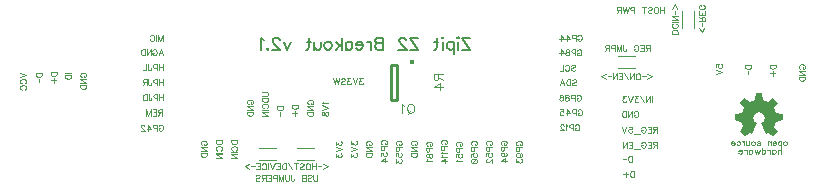
<source format=gbr>
G04 DipTrace 2.4.0.2*
%INBottomSilk.gbr*%
%MOIN*%
%ADD10C,0.0098*%
%ADD12C,0.003*%
%ADD39C,0.0039*%
%ADD44C,0.0154*%
%ADD95C,0.0046*%
%ADD96C,0.0062*%
%FSLAX44Y44*%
G04*
G70*
G90*
G75*
G01*
%LNBotSilk*%
%LPD*%
X13723Y5393D2*
D39*
X13163D1*
X13723Y4993D2*
X13163D1*
X14413D2*
X14973D1*
X14413Y5393D2*
X14973D1*
X27643Y9413D2*
Y9973D1*
X27243Y9413D2*
Y9973D1*
X25691Y8455D2*
X25130D1*
X25691Y8055D2*
X25130D1*
G36*
X29898Y6236D2*
X29945Y6264D1*
X29984Y6309D1*
X30004Y6360D1*
X30011Y6412D1*
X29998Y6479D1*
X29959Y6536D1*
X29902Y6579D1*
X29821Y6597D1*
X29742Y6579D1*
X29688Y6544D1*
X29648Y6483D1*
X29633Y6412D1*
X29642Y6352D1*
X29668Y6298D1*
X29701Y6263D1*
X29748Y6234D1*
X29586Y5870D1*
X29507Y5902D1*
X29339Y5792D1*
X29193Y5949D1*
X29305Y6121D1*
X29236Y6278D1*
X29031Y6320D1*
Y6529D1*
X29243Y6575D1*
X29310Y6724D1*
X29189Y6913D1*
X29333Y7059D1*
X29527Y6936D1*
X29674Y7002D1*
X29715Y7218D1*
X29929D1*
X29969Y6997D1*
X30119Y6938D1*
X30298Y7057D1*
X30453Y6914D1*
X30334Y6735D1*
X30405Y6580D1*
X30608Y6533D1*
Y6318D1*
X30405Y6271D1*
X30334Y6116D1*
X30453Y5938D1*
X30298Y5795D1*
X30131Y5902D1*
X30048Y5854D1*
X29898Y6236D1*
G37*
D44*
X18262Y8269D3*
X17761Y8177D2*
D10*
Y6996D1*
X17564D1*
Y8177D1*
X17761D1*
X18236Y6875D2*
D95*
X18265Y6861D1*
X18294Y6832D1*
X18308Y6803D1*
X18323Y6760D1*
Y6689D1*
X18308Y6646D1*
X18294Y6617D1*
X18265Y6588D1*
X18236Y6574D1*
X18179D1*
X18150Y6588D1*
X18122Y6617D1*
X18107Y6646D1*
X18093Y6689D1*
Y6760D1*
X18107Y6803D1*
X18122Y6832D1*
X18150Y6861D1*
X18179Y6875D1*
X18236D1*
X18193Y6631D2*
X18107Y6545D1*
X18000Y6817D2*
X17971Y6832D1*
X17928Y6875D1*
Y6574D1*
X19123Y7858D2*
Y7729D1*
X19109Y7686D1*
X19094Y7671D1*
X19066Y7657D1*
X19037D1*
X19008Y7671D1*
X18994Y7686D1*
X18980Y7729D1*
Y7858D1*
X19281D1*
X19123Y7757D2*
X19281Y7657D1*
Y7420D2*
X18980D1*
X19181Y7564D1*
Y7349D1*
X9792Y8974D2*
D12*
Y9175D1*
X9869Y8974D1*
X9945Y9175D1*
Y8974D1*
X9731Y9175D2*
Y8974D1*
X9525Y9127D2*
X9535Y9146D1*
X9554Y9165D1*
X9573Y9175D1*
X9611D1*
X9631Y9165D1*
X9650Y9146D1*
X9659Y9127D1*
X9669Y9098D1*
Y9050D1*
X9659Y9022D1*
X9650Y9003D1*
X9631Y8984D1*
X9611Y8974D1*
X9573D1*
X9554Y8984D1*
X9535Y9003D1*
X9525Y9022D1*
X9808Y8493D2*
X9885Y8694D1*
X9962Y8493D1*
X9933Y8560D2*
X9837D1*
X9603Y8646D2*
X9613Y8665D1*
X9632Y8684D1*
X9651Y8694D1*
X9689D1*
X9708Y8684D1*
X9727Y8665D1*
X9737Y8646D1*
X9747Y8617D1*
Y8569D1*
X9737Y8541D1*
X9727Y8522D1*
X9708Y8503D1*
X9689Y8493D1*
X9651D1*
X9632Y8503D1*
X9613Y8522D1*
X9603Y8541D1*
Y8569D1*
X9651D1*
X9407Y8694D2*
Y8493D1*
X9541Y8694D1*
Y8493D1*
X9346Y8694D2*
Y8493D1*
X9279D1*
X9250Y8503D1*
X9231Y8522D1*
X9221Y8541D1*
X9212Y8569D1*
Y8617D1*
X9221Y8646D1*
X9231Y8665D1*
X9250Y8684D1*
X9279Y8694D1*
X9346D1*
X9940Y8186D2*
Y7985D1*
X9806Y8186D2*
Y7985D1*
X9940Y8091D2*
X9806D1*
X9744Y8081D2*
X9658D1*
X9629Y8091D1*
X9620Y8100D1*
X9610Y8119D1*
Y8148D1*
X9620Y8167D1*
X9629Y8177D1*
X9658Y8186D1*
X9744D1*
Y7985D1*
X9453Y8186D2*
Y8033D1*
X9462Y8005D1*
X9472Y7995D1*
X9491Y7985D1*
X9510D1*
X9529Y7995D1*
X9539Y8005D1*
X9548Y8033D1*
Y8052D1*
X9391Y8186D2*
Y7985D1*
X9276D1*
X9958Y7688D2*
Y7487D1*
X9824Y7688D2*
Y7487D1*
X9958Y7592D2*
X9824D1*
X9763Y7582D2*
X9676D1*
X9648Y7592D1*
X9638Y7602D1*
X9629Y7621D1*
Y7649D1*
X9638Y7668D1*
X9648Y7678D1*
X9676Y7688D1*
X9763D1*
Y7487D1*
X9471Y7688D2*
Y7535D1*
X9481Y7506D1*
X9490Y7496D1*
X9509Y7487D1*
X9529D1*
X9548Y7496D1*
X9557Y7506D1*
X9567Y7535D1*
Y7554D1*
X9409Y7592D2*
X9323D1*
X9295Y7602D1*
X9285Y7611D1*
X9275Y7630D1*
Y7649D1*
X9285Y7668D1*
X9295Y7678D1*
X9323Y7688D1*
X9409D1*
Y7487D1*
X9342Y7592D2*
X9275Y7487D1*
X9960Y7187D2*
Y6986D1*
X9826Y7187D2*
Y6986D1*
X9960Y7091D2*
X9826D1*
X9764Y7081D2*
X9678D1*
X9649Y7091D1*
X9640Y7101D1*
X9630Y7120D1*
Y7148D1*
X9640Y7167D1*
X9649Y7177D1*
X9678Y7187D1*
X9764D1*
Y6986D1*
X9473Y7187D2*
Y7034D1*
X9482Y7005D1*
X9492Y6995D1*
X9511Y6986D1*
X9530D1*
X9549Y6995D1*
X9559Y7005D1*
X9568Y7034D1*
Y7053D1*
X9411Y7187D2*
Y6986D1*
X9344D1*
X9315Y6995D1*
X9296Y7014D1*
X9286Y7034D1*
X9277Y7062D1*
Y7110D1*
X9286Y7139D1*
X9296Y7158D1*
X9315Y7177D1*
X9344Y7187D1*
X9411D1*
X9929Y6589D2*
X9843D1*
X9814Y6599D1*
X9805Y6608D1*
X9795Y6627D1*
Y6646D1*
X9805Y6665D1*
X9814Y6675D1*
X9843Y6685D1*
X9929D1*
Y6484D1*
X9862Y6589D2*
X9795Y6484D1*
X9609Y6685D2*
X9733D1*
Y6484D1*
X9609D1*
X9733Y6589D2*
X9657D1*
X9394Y6484D2*
Y6685D1*
X9471Y6484D1*
X9547Y6685D1*
Y6484D1*
X9808Y6137D2*
X9818Y6156D1*
X9837Y6175D1*
X9856Y6184D1*
X9894D1*
X9913Y6175D1*
X9932Y6156D1*
X9942Y6137D1*
X9952Y6108D1*
Y6060D1*
X9942Y6031D1*
X9932Y6012D1*
X9913Y5993D1*
X9894Y5984D1*
X9856D1*
X9837Y5993D1*
X9818Y6012D1*
X9808Y6031D1*
Y6060D1*
X9856D1*
X9746Y6079D2*
X9660D1*
X9632Y6089D1*
X9622Y6098D1*
X9612Y6117D1*
Y6146D1*
X9622Y6165D1*
X9632Y6175D1*
X9660Y6184D1*
X9746D1*
Y5984D1*
X9455D2*
Y6184D1*
X9551Y6051D1*
X9407D1*
X9336Y6137D2*
Y6146D1*
X9326Y6165D1*
X9317Y6175D1*
X9298Y6184D1*
X9259D1*
X9240Y6175D1*
X9231Y6165D1*
X9221Y6146D1*
Y6127D1*
X9231Y6108D1*
X9250Y6079D1*
X9345Y5984D1*
X9212D1*
X11262Y5493D2*
X11243Y5503D1*
X11223Y5522D1*
X11214Y5541D1*
Y5579D1*
X11223Y5599D1*
X11243Y5618D1*
X11262Y5627D1*
X11290Y5637D1*
X11338D1*
X11367Y5627D1*
X11386Y5618D1*
X11405Y5599D1*
X11415Y5579D1*
Y5541D1*
X11405Y5522D1*
X11386Y5503D1*
X11367Y5493D1*
X11338D1*
Y5541D1*
X11214Y5298D2*
X11415D1*
X11214Y5432D1*
X11415D1*
X11214Y5236D2*
X11415D1*
Y5169D1*
X11405Y5140D1*
X11386Y5121D1*
X11367Y5111D1*
X11338Y5102D1*
X11290D1*
X11262Y5111D1*
X11243Y5121D1*
X11223Y5140D1*
X11214Y5169D1*
Y5236D1*
X11720Y5652D2*
X11921D1*
Y5585D1*
X11912Y5556D1*
X11893Y5537D1*
X11873Y5528D1*
X11845Y5518D1*
X11797D1*
X11768Y5528D1*
X11749Y5537D1*
X11730Y5556D1*
X11720Y5585D1*
Y5652D1*
X11768Y5313D2*
X11749Y5322D1*
X11730Y5342D1*
X11720Y5361D1*
Y5399D1*
X11730Y5418D1*
X11749Y5437D1*
X11768Y5447D1*
X11797Y5456D1*
X11845D1*
X11873Y5447D1*
X11893Y5437D1*
X11912Y5418D1*
X11921Y5399D1*
Y5361D1*
X11912Y5342D1*
X11893Y5322D1*
X11873Y5313D1*
X11720Y5251D2*
X11921D1*
X11720Y5055D2*
X11921D1*
X11720Y5189D1*
X11921D1*
X12232Y5654D2*
X12433D1*
Y5587D1*
X12423Y5558D1*
X12404Y5539D1*
X12385Y5529D1*
X12356Y5520D1*
X12308D1*
X12279Y5529D1*
X12260Y5539D1*
X12241Y5558D1*
X12232Y5587D1*
Y5654D1*
X12279Y5315D2*
X12260Y5324D1*
X12241Y5343D1*
X12232Y5362D1*
Y5401D1*
X12241Y5420D1*
X12260Y5439D1*
X12279Y5448D1*
X12308Y5458D1*
X12356D1*
X12385Y5448D1*
X12404Y5439D1*
X12423Y5420D1*
X12433Y5401D1*
Y5362D1*
X12423Y5343D1*
X12404Y5324D1*
X12385Y5315D1*
X12232Y5253D2*
X12433D1*
X12232Y5057D2*
X12433D1*
X12232Y5191D1*
X12433D1*
X12806Y6871D2*
X12787Y6880D1*
X12768Y6900D1*
X12758Y6919D1*
Y6957D1*
X12768Y6976D1*
X12787Y6995D1*
X12806Y7005D1*
X12835Y7014D1*
X12883D1*
X12911Y7005D1*
X12930Y6995D1*
X12950Y6976D1*
X12959Y6957D1*
Y6919D1*
X12950Y6900D1*
X12930Y6880D1*
X12911Y6871D1*
X12883D1*
Y6919D1*
X12758Y6675D2*
X12959D1*
X12758Y6809D1*
X12959D1*
X12758Y6613D2*
X12959D1*
Y6546D1*
X12950Y6518D1*
X12930Y6498D1*
X12911Y6489D1*
X12883Y6479D1*
X12835D1*
X12806Y6489D1*
X12787Y6498D1*
X12768Y6518D1*
X12758Y6546D1*
Y6613D1*
X13259Y7271D2*
X13402D1*
X13431Y7261D1*
X13450Y7242D1*
X13460Y7213D1*
Y7194D1*
X13450Y7166D1*
X13431Y7146D1*
X13402Y7137D1*
X13259D1*
Y7075D2*
X13460D1*
Y7008D1*
X13450Y6979D1*
X13431Y6960D1*
X13412Y6951D1*
X13383Y6941D1*
X13335D1*
X13307Y6951D1*
X13288Y6960D1*
X13268Y6979D1*
X13259Y7008D1*
Y7075D1*
X13307Y6736D2*
X13288Y6745D1*
X13268Y6765D1*
X13259Y6784D1*
Y6822D1*
X13268Y6841D1*
X13288Y6860D1*
X13307Y6870D1*
X13335Y6879D1*
X13383D1*
X13412Y6870D1*
X13431Y6860D1*
X13450Y6841D1*
X13460Y6822D1*
Y6784D1*
X13450Y6765D1*
X13431Y6745D1*
X13412Y6736D1*
X13259Y6674D2*
X13460D1*
X13259Y6478D2*
X13460D1*
X13259Y6612D1*
X13460D1*
X13751Y6787D2*
X13952D1*
Y6720D1*
X13942Y6692D1*
X13923Y6673D1*
X13904Y6663D1*
X13875Y6653D1*
X13827D1*
X13798Y6663D1*
X13779Y6673D1*
X13760Y6692D1*
X13751Y6720D1*
Y6787D1*
X13851Y6592D2*
Y6481D1*
X14249Y6843D2*
X14450D1*
Y6776D1*
X14440Y6747D1*
X14421Y6728D1*
X14402Y6718D1*
X14373Y6709D1*
X14325D1*
X14297Y6718D1*
X14277Y6728D1*
X14258Y6747D1*
X14249Y6776D1*
Y6843D1*
X14263Y6561D2*
X14435D1*
X14349Y6647D2*
Y6475D1*
X14814Y6858D2*
X14795Y6868D1*
X14776Y6887D1*
X14766Y6906D1*
Y6944D1*
X14776Y6963D1*
X14795Y6982D1*
X14814Y6992D1*
X14843Y7002D1*
X14891D1*
X14919Y6992D1*
X14939Y6982D1*
X14958Y6963D1*
X14967Y6944D1*
Y6906D1*
X14958Y6887D1*
X14939Y6868D1*
X14919Y6858D1*
X14891D1*
Y6906D1*
X14766Y6662D2*
X14967D1*
X14766Y6796D1*
X14967D1*
X14766Y6601D2*
X14967D1*
Y6534D1*
X14958Y6505D1*
X14939Y6486D1*
X14919Y6476D1*
X14891Y6467D1*
X14843D1*
X14814Y6476D1*
X14795Y6486D1*
X14776Y6505D1*
X14766Y6534D1*
Y6601D1*
X15298Y6935D2*
X15288Y6915D1*
X15260Y6887D1*
X15461D1*
X15260Y6825D2*
X15461Y6748D1*
X15260Y6672D1*
Y6562D2*
X15269Y6591D1*
X15288Y6601D1*
X15308D1*
X15327Y6591D1*
X15336Y6572D1*
X15346Y6534D1*
X15355Y6505D1*
X15375Y6486D1*
X15394Y6476D1*
X15422D1*
X15441Y6486D1*
X15451Y6495D1*
X15461Y6524D1*
Y6562D1*
X15451Y6591D1*
X15441Y6601D1*
X15422Y6610D1*
X15394D1*
X15375Y6601D1*
X15355Y6581D1*
X15346Y6553D1*
X15336Y6515D1*
X15327Y6495D1*
X15308Y6486D1*
X15288D1*
X15269Y6495D1*
X15260Y6524D1*
Y6562D1*
X15712Y5615D2*
Y5510D1*
X15789Y5567D1*
Y5539D1*
X15798Y5520D1*
X15808Y5510D1*
X15836Y5500D1*
X15855D1*
X15884Y5510D1*
X15903Y5529D1*
X15913Y5558D1*
Y5587D1*
X15903Y5615D1*
X15894Y5625D1*
X15875Y5634D1*
X15712Y5439D2*
X15913Y5362D1*
X15712Y5286D1*
Y5205D2*
Y5100D1*
X15789Y5157D1*
Y5128D1*
X15798Y5109D1*
X15808Y5100D1*
X15836Y5090D1*
X15855D1*
X15884Y5100D1*
X15903Y5119D1*
X15913Y5147D1*
Y5176D1*
X15903Y5205D1*
X15894Y5214D1*
X15875Y5224D1*
X16227Y5623D2*
Y5518D1*
X16303Y5575D1*
Y5547D1*
X16313Y5528D1*
X16323Y5518D1*
X16351Y5508D1*
X16370D1*
X16399Y5518D1*
X16418Y5537D1*
X16428Y5566D1*
Y5595D1*
X16418Y5623D1*
X16409Y5633D1*
X16389Y5642D1*
X16227Y5447D2*
X16428Y5370D1*
X16227Y5294D1*
Y5213D2*
Y5108D1*
X16303Y5165D1*
Y5136D1*
X16313Y5117D1*
X16323Y5108D1*
X16351Y5098D1*
X16370D1*
X16399Y5108D1*
X16418Y5127D1*
X16428Y5155D1*
Y5184D1*
X16418Y5213D1*
X16409Y5222D1*
X16389Y5232D1*
X16761Y5489D2*
X16742Y5498D1*
X16723Y5517D1*
X16714Y5536D1*
Y5575D1*
X16723Y5594D1*
X16742Y5613D1*
X16761Y5623D1*
X16790Y5632D1*
X16838D1*
X16867Y5623D1*
X16886Y5613D1*
X16905Y5594D1*
X16914Y5575D1*
Y5536D1*
X16905Y5517D1*
X16886Y5498D1*
X16867Y5489D1*
X16838D1*
Y5536D1*
X16714Y5293D2*
X16914D1*
X16714Y5427D1*
X16914D1*
X16714Y5231D2*
X16914D1*
Y5164D1*
X16905Y5135D1*
X16886Y5116D1*
X16867Y5107D1*
X16838Y5097D1*
X16790D1*
X16761Y5107D1*
X16742Y5116D1*
X16723Y5135D1*
X16714Y5164D1*
Y5231D1*
X17264Y5518D2*
X17245Y5527D1*
X17226Y5546D1*
X17217Y5565D1*
Y5604D1*
X17226Y5623D1*
X17245Y5642D1*
X17264Y5652D1*
X17293Y5661D1*
X17341D1*
X17370Y5652D1*
X17389Y5642D1*
X17408Y5623D1*
X17418Y5604D1*
Y5565D1*
X17408Y5546D1*
X17389Y5527D1*
X17370Y5518D1*
X17341D1*
Y5565D1*
X17322Y5456D2*
Y5370D1*
X17312Y5341D1*
X17303Y5332D1*
X17284Y5322D1*
X17255D1*
X17236Y5332D1*
X17226Y5341D1*
X17217Y5370D1*
Y5456D1*
X17418D1*
X17217Y5146D2*
Y5241D1*
X17303Y5251D1*
X17293Y5241D1*
X17284Y5212D1*
Y5184D1*
X17293Y5155D1*
X17312Y5136D1*
X17341Y5126D1*
X17360D1*
X17389Y5136D1*
X17408Y5155D1*
X17418Y5184D1*
Y5212D1*
X17408Y5241D1*
X17398Y5251D1*
X17379Y5260D1*
X17418Y4969D2*
X17217D1*
X17351Y5065D1*
Y4921D1*
X18272Y5494D2*
X18253Y5503D1*
X18234Y5522D1*
X18224Y5541D1*
Y5580D1*
X18234Y5599D1*
X18253Y5618D1*
X18272Y5628D1*
X18301Y5637D1*
X18349D1*
X18377Y5628D1*
X18396Y5618D1*
X18415Y5599D1*
X18425Y5580D1*
Y5541D1*
X18415Y5522D1*
X18396Y5503D1*
X18377Y5494D1*
X18349D1*
Y5541D1*
X18224Y5298D2*
X18425D1*
X18224Y5432D1*
X18425D1*
X18224Y5236D2*
X18425D1*
Y5169D1*
X18415Y5140D1*
X18396Y5121D1*
X18377Y5112D1*
X18349Y5102D1*
X18301D1*
X18272Y5112D1*
X18253Y5121D1*
X18234Y5140D1*
X18224Y5169D1*
Y5236D1*
X17761Y5494D2*
X17742Y5504D1*
X17722Y5523D1*
X17713Y5542D1*
Y5580D1*
X17722Y5600D1*
X17742Y5619D1*
X17761Y5628D1*
X17789Y5638D1*
X17837D1*
X17866Y5628D1*
X17885Y5619D1*
X17904Y5600D1*
X17914Y5580D1*
Y5542D1*
X17904Y5523D1*
X17885Y5504D1*
X17866Y5494D1*
X17837D1*
Y5542D1*
X17818Y5433D2*
Y5346D1*
X17809Y5318D1*
X17799Y5308D1*
X17780Y5299D1*
X17751D1*
X17732Y5308D1*
X17722Y5318D1*
X17713Y5346D1*
Y5433D1*
X17914D1*
X17713Y5122D2*
Y5218D1*
X17799Y5227D1*
X17790Y5218D1*
X17780Y5189D1*
Y5160D1*
X17790Y5132D1*
X17809Y5112D1*
X17837Y5103D1*
X17856D1*
X17885Y5112D1*
X17904Y5132D1*
X17914Y5160D1*
Y5189D1*
X17904Y5218D1*
X17895Y5227D1*
X17876Y5237D1*
X17713Y5022D2*
Y4917D1*
X17790Y4974D1*
Y4945D1*
X17799Y4926D1*
X17809Y4917D1*
X17837Y4907D1*
X17856D1*
X17885Y4917D1*
X17904Y4936D1*
X17914Y4965D1*
Y4993D1*
X17904Y5022D1*
X17895Y5031D1*
X17876Y5041D1*
X18780Y5472D2*
X18761Y5481D1*
X18742Y5500D1*
X18732Y5519D1*
Y5558D1*
X18742Y5577D1*
X18761Y5596D1*
X18780Y5606D1*
X18809Y5615D1*
X18856D1*
X18885Y5606D1*
X18904Y5596D1*
X18923Y5577D1*
X18933Y5558D1*
Y5519D1*
X18923Y5500D1*
X18904Y5481D1*
X18885Y5472D1*
X18856D1*
Y5519D1*
X18837Y5410D2*
Y5324D1*
X18828Y5295D1*
X18818Y5285D1*
X18799Y5276D1*
X18770D1*
X18751Y5285D1*
X18742Y5295D1*
X18732Y5324D1*
Y5410D1*
X18933D1*
X18732Y5166D2*
X18742Y5195D1*
X18761Y5205D1*
X18780D1*
X18799Y5195D1*
X18809Y5176D1*
X18818Y5138D1*
X18828Y5109D1*
X18847Y5090D1*
X18866Y5080D1*
X18895D1*
X18914Y5090D1*
X18923Y5099D1*
X18933Y5128D1*
Y5166D1*
X18923Y5195D1*
X18914Y5205D1*
X18895Y5214D1*
X18866D1*
X18847Y5205D1*
X18828Y5185D1*
X18818Y5157D1*
X18809Y5119D1*
X18799Y5099D1*
X18780Y5090D1*
X18761D1*
X18742Y5099D1*
X18732Y5128D1*
Y5166D1*
X18770Y5019D2*
X18761Y4999D1*
X18732Y4971D1*
X18933D1*
X19271Y5524D2*
X19252Y5534D1*
X19233Y5553D1*
X19224Y5572D1*
Y5610D1*
X19233Y5629D1*
X19252Y5648D1*
X19271Y5658D1*
X19300Y5668D1*
X19348D1*
X19377Y5658D1*
X19396Y5648D1*
X19415Y5629D1*
X19425Y5610D1*
Y5572D1*
X19415Y5553D1*
X19396Y5534D1*
X19377Y5524D1*
X19348D1*
Y5572D1*
X19329Y5462D2*
Y5376D1*
X19319Y5348D1*
X19310Y5338D1*
X19291Y5328D1*
X19262D1*
X19243Y5338D1*
X19233Y5348D1*
X19224Y5376D1*
Y5462D1*
X19425D1*
X19262Y5267D2*
X19252Y5247D1*
X19224Y5219D1*
X19425D1*
X19262Y5157D2*
X19252Y5138D1*
X19224Y5109D1*
X19425D1*
Y4952D2*
X19224D1*
X19358Y5047D1*
Y4904D1*
X19768Y5470D2*
X19749Y5480D1*
X19730Y5499D1*
X19720Y5518D1*
Y5556D1*
X19730Y5575D1*
X19749Y5594D1*
X19768Y5604D1*
X19797Y5614D1*
X19845D1*
X19873Y5604D1*
X19892Y5594D1*
X19911Y5575D1*
X19921Y5556D1*
Y5518D1*
X19911Y5499D1*
X19892Y5480D1*
X19873Y5470D1*
X19845D1*
Y5518D1*
X19825Y5408D2*
Y5322D1*
X19816Y5294D1*
X19806Y5284D1*
X19787Y5274D1*
X19758D1*
X19739Y5284D1*
X19730Y5294D1*
X19720Y5322D1*
Y5408D1*
X19921D1*
X19720Y5098D2*
Y5193D1*
X19806Y5203D1*
X19797Y5193D1*
X19787Y5165D1*
Y5136D1*
X19797Y5107D1*
X19816Y5088D1*
X19845Y5079D1*
X19864D1*
X19892Y5088D1*
X19912Y5107D1*
X19921Y5136D1*
Y5165D1*
X19912Y5193D1*
X19902Y5203D1*
X19883Y5213D1*
X19759Y5017D2*
X19749Y4998D1*
X19720Y4969D1*
X19921D1*
X20269Y5489D2*
X20250Y5499D1*
X20231Y5518D1*
X20222Y5537D1*
Y5575D1*
X20231Y5595D1*
X20250Y5614D1*
X20269Y5623D1*
X20298Y5633D1*
X20346D1*
X20375Y5623D1*
X20394Y5614D1*
X20413Y5595D1*
X20423Y5575D1*
Y5537D1*
X20413Y5518D1*
X20394Y5499D1*
X20375Y5489D1*
X20346D1*
Y5537D1*
X20327Y5428D2*
Y5341D1*
X20317Y5313D1*
X20308Y5303D1*
X20289Y5294D1*
X20260D1*
X20241Y5303D1*
X20231Y5313D1*
X20222Y5341D1*
Y5428D1*
X20423D1*
X20222Y5117D2*
Y5213D1*
X20308Y5222D1*
X20298Y5213D1*
X20289Y5184D1*
Y5155D1*
X20298Y5127D1*
X20317Y5107D1*
X20346Y5098D1*
X20365D1*
X20394Y5107D1*
X20413Y5127D1*
X20423Y5155D1*
Y5184D1*
X20413Y5213D1*
X20403Y5222D1*
X20384Y5232D1*
X20222Y4979D2*
X20231Y5007D1*
X20260Y5027D1*
X20308Y5036D1*
X20337D1*
X20384Y5027D1*
X20413Y5007D1*
X20423Y4979D1*
Y4960D1*
X20413Y4931D1*
X20384Y4912D1*
X20337Y4902D1*
X20308D1*
X20260Y4912D1*
X20231Y4931D1*
X20222Y4960D1*
Y4979D1*
X20260Y4912D2*
X20384Y5027D1*
X20769Y5497D2*
X20750Y5507D1*
X20731Y5526D1*
X20721Y5545D1*
Y5583D1*
X20731Y5603D1*
X20750Y5622D1*
X20769Y5631D1*
X20798Y5641D1*
X20846D1*
X20874Y5631D1*
X20894Y5622D1*
X20913Y5603D1*
X20922Y5583D1*
Y5545D1*
X20913Y5526D1*
X20894Y5507D1*
X20874Y5497D1*
X20846D1*
Y5545D1*
X20827Y5436D2*
Y5349D1*
X20817Y5321D1*
X20807Y5311D1*
X20788Y5302D1*
X20760D1*
X20741Y5311D1*
X20731Y5321D1*
X20721Y5349D1*
Y5436D1*
X20922D1*
X20722Y5125D2*
Y5221D1*
X20808Y5230D1*
X20798Y5221D1*
X20788Y5192D1*
Y5163D1*
X20798Y5135D1*
X20817Y5115D1*
X20846Y5106D1*
X20865D1*
X20894Y5115D1*
X20913Y5135D1*
X20922Y5163D1*
Y5192D1*
X20913Y5221D1*
X20903Y5230D1*
X20884Y5240D1*
X20769Y5034D2*
X20760D1*
X20741Y5025D1*
X20731Y5015D1*
X20722Y4996D1*
Y4958D1*
X20731Y4939D1*
X20741Y4929D1*
X20760Y4920D1*
X20779D1*
X20798Y4929D1*
X20827Y4948D1*
X20922Y5044D1*
Y4910D1*
X21259Y5505D2*
X21240Y5515D1*
X21221Y5534D1*
X21211Y5553D1*
Y5591D1*
X21221Y5611D1*
X21240Y5630D1*
X21259Y5639D1*
X21288Y5649D1*
X21336D1*
X21364Y5639D1*
X21384Y5630D1*
X21403Y5611D1*
X21412Y5591D1*
Y5553D1*
X21403Y5534D1*
X21384Y5515D1*
X21364Y5505D1*
X21336D1*
Y5553D1*
X21317Y5444D2*
Y5357D1*
X21307Y5329D1*
X21297Y5319D1*
X21278Y5310D1*
X21250D1*
X21231Y5319D1*
X21221Y5329D1*
X21211Y5357D1*
Y5444D1*
X21412D1*
X21278Y5123D2*
X21307Y5133D1*
X21326Y5152D1*
X21336Y5181D1*
Y5190D1*
X21326Y5219D1*
X21307Y5238D1*
X21278Y5248D1*
X21269D1*
X21240Y5238D1*
X21221Y5219D1*
X21212Y5190D1*
Y5181D1*
X21221Y5152D1*
X21240Y5133D1*
X21278Y5123D1*
X21326D1*
X21374Y5133D1*
X21403Y5152D1*
X21412Y5181D1*
Y5200D1*
X21403Y5229D1*
X21384Y5238D1*
X21412Y4966D2*
X21212D1*
X21345Y5062D1*
Y4918D1*
X21774Y5486D2*
X21755Y5496D1*
X21735Y5515D1*
X21726Y5534D1*
Y5572D1*
X21735Y5591D1*
X21755Y5610D1*
X21774Y5620D1*
X21802Y5630D1*
X21850D1*
X21879Y5620D1*
X21898Y5610D1*
X21917Y5591D1*
X21927Y5572D1*
Y5534D1*
X21917Y5515D1*
X21898Y5496D1*
X21879Y5486D1*
X21850D1*
Y5534D1*
X21831Y5424D2*
Y5338D1*
X21822Y5310D1*
X21812Y5300D1*
X21793Y5290D1*
X21764D1*
X21745Y5300D1*
X21735Y5310D1*
X21726Y5338D1*
Y5424D1*
X21927D1*
X21793Y5104D2*
X21822Y5114D1*
X21841Y5133D1*
X21850Y5162D1*
Y5171D1*
X21841Y5200D1*
X21822Y5219D1*
X21793Y5229D1*
X21783D1*
X21755Y5219D1*
X21736Y5200D1*
X21726Y5171D1*
Y5162D1*
X21736Y5133D1*
X21755Y5114D1*
X21793Y5104D1*
X21841D1*
X21889Y5114D1*
X21917Y5133D1*
X21927Y5162D1*
Y5181D1*
X21917Y5209D1*
X21898Y5219D1*
X21726Y5023D2*
Y4918D1*
X21803Y4975D1*
Y4947D1*
X21812Y4928D1*
X21822Y4918D1*
X21850Y4908D1*
X21869D1*
X21898Y4918D1*
X21917Y4937D1*
X21927Y4966D1*
Y4995D1*
X21917Y5023D1*
X21908Y5033D1*
X21889Y5042D1*
X23690Y6139D2*
X23699Y6158D1*
X23718Y6177D1*
X23737Y6187D1*
X23776D1*
X23795Y6177D1*
X23814Y6158D1*
X23824Y6139D1*
X23833Y6110D1*
Y6062D1*
X23824Y6034D1*
X23814Y6015D1*
X23795Y5996D1*
X23776Y5986D1*
X23737D1*
X23718Y5996D1*
X23699Y6015D1*
X23690Y6034D1*
Y6062D1*
X23737D1*
X23628Y6082D2*
X23542D1*
X23513Y6091D1*
X23504Y6101D1*
X23494Y6120D1*
Y6149D1*
X23504Y6168D1*
X23513Y6177D1*
X23542Y6187D1*
X23628D1*
Y5986D1*
X23432Y6148D2*
X23413Y6158D1*
X23384Y6187D1*
Y5986D1*
X23313Y6139D2*
Y6148D1*
X23303Y6168D1*
X23294Y6177D1*
X23275Y6187D1*
X23236D1*
X23217Y6177D1*
X23208Y6168D1*
X23198Y6148D1*
Y6129D1*
X23208Y6110D1*
X23227Y6082D1*
X23323Y5986D1*
X23189D1*
X23773Y6641D2*
X23782Y6660D1*
X23802Y6679D1*
X23821Y6688D1*
X23859D1*
X23878Y6679D1*
X23897Y6660D1*
X23907Y6641D1*
X23916Y6612D1*
Y6564D1*
X23907Y6535D1*
X23897Y6516D1*
X23878Y6497D1*
X23859Y6487D1*
X23821D1*
X23802Y6497D1*
X23782Y6516D1*
X23773Y6535D1*
Y6564D1*
X23821D1*
X23711Y6583D2*
X23625D1*
X23596Y6593D1*
X23587Y6602D1*
X23577Y6621D1*
Y6650D1*
X23587Y6669D1*
X23596Y6679D1*
X23625Y6688D1*
X23711D1*
Y6487D1*
X23420D2*
Y6688D1*
X23515Y6554D1*
X23372D1*
X23195Y6688D2*
X23291D1*
X23300Y6602D1*
X23291Y6612D1*
X23262Y6621D1*
X23234D1*
X23205Y6612D1*
X23186Y6593D1*
X23176Y6564D1*
Y6545D1*
X23186Y6516D1*
X23205Y6497D1*
X23234Y6487D1*
X23262D1*
X23291Y6497D1*
X23300Y6507D1*
X23310Y6526D1*
X23740Y7129D2*
X23750Y7148D1*
X23769Y7167D1*
X23788Y7177D1*
X23826D1*
X23846Y7167D1*
X23865Y7148D1*
X23874Y7129D1*
X23884Y7100D1*
Y7052D1*
X23874Y7024D1*
X23865Y7004D1*
X23846Y6985D1*
X23826Y6976D1*
X23788D1*
X23769Y6985D1*
X23750Y7004D1*
X23740Y7024D1*
Y7052D1*
X23788D1*
X23679Y7071D2*
X23592D1*
X23564Y7081D1*
X23554Y7091D1*
X23545Y7110D1*
Y7138D1*
X23554Y7157D1*
X23564Y7167D1*
X23592Y7177D1*
X23679D1*
Y6976D1*
X23435Y7176D2*
X23464Y7167D1*
X23473Y7148D1*
Y7129D1*
X23464Y7110D1*
X23445Y7100D1*
X23406Y7090D1*
X23378Y7081D1*
X23359Y7062D1*
X23349Y7043D1*
Y7014D1*
X23359Y6995D1*
X23368Y6985D1*
X23397Y6976D1*
X23435D1*
X23464Y6985D1*
X23473Y6995D1*
X23483Y7014D1*
Y7043D1*
X23473Y7062D1*
X23454Y7081D1*
X23426Y7090D1*
X23387Y7100D1*
X23368Y7110D1*
X23359Y7129D1*
Y7148D1*
X23368Y7167D1*
X23397Y7176D1*
X23435D1*
X23173Y7148D2*
X23182Y7167D1*
X23211Y7176D1*
X23230D1*
X23259Y7167D1*
X23278Y7138D1*
X23287Y7090D1*
Y7043D1*
X23278Y7004D1*
X23259Y6985D1*
X23230Y6976D1*
X23220D1*
X23192Y6985D1*
X23173Y7004D1*
X23163Y7033D1*
Y7043D1*
X23173Y7071D1*
X23192Y7090D1*
X23220Y7100D1*
X23230D1*
X23259Y7090D1*
X23278Y7071D1*
X23287Y7043D1*
X23593Y7657D2*
X23612Y7677D1*
X23641Y7686D1*
X23679D1*
X23708Y7677D1*
X23727Y7657D1*
Y7638D1*
X23718Y7619D1*
X23708Y7610D1*
X23689Y7600D1*
X23632Y7581D1*
X23612Y7571D1*
X23603Y7562D1*
X23593Y7543D1*
Y7514D1*
X23612Y7495D1*
X23641Y7485D1*
X23679D1*
X23708Y7495D1*
X23727Y7514D1*
X23532Y7686D2*
Y7485D1*
X23465D1*
X23436Y7495D1*
X23417Y7514D1*
X23407Y7533D1*
X23398Y7562D1*
Y7610D1*
X23407Y7638D1*
X23417Y7657D1*
X23436Y7677D1*
X23465Y7686D1*
X23532D1*
X23183Y7485D2*
X23259Y7686D1*
X23336Y7485D1*
X23307Y7552D2*
X23211D1*
X23559Y8151D2*
X23578Y8170D1*
X23607Y8180D1*
X23645D1*
X23674Y8170D1*
X23693Y8151D1*
Y8132D1*
X23684Y8113D1*
X23674Y8103D1*
X23655Y8094D1*
X23598Y8074D1*
X23578Y8065D1*
X23569Y8055D1*
X23559Y8036D1*
Y8007D1*
X23578Y7988D1*
X23607Y7979D1*
X23645D1*
X23674Y7988D1*
X23693Y8007D1*
X23354Y8132D2*
X23364Y8151D1*
X23383Y8170D1*
X23402Y8180D1*
X23440D1*
X23459Y8170D1*
X23478Y8151D1*
X23488Y8132D1*
X23498Y8103D1*
Y8055D1*
X23488Y8027D1*
X23478Y8007D1*
X23459Y7988D1*
X23440Y7979D1*
X23402D1*
X23383Y7988D1*
X23364Y8007D1*
X23354Y8027D1*
X23292Y8180D2*
Y7979D1*
X23178D1*
X23760Y8640D2*
X23769Y8659D1*
X23788Y8678D1*
X23807Y8687D1*
X23846D1*
X23865Y8678D1*
X23884Y8659D1*
X23894Y8640D1*
X23903Y8611D1*
Y8563D1*
X23894Y8534D1*
X23884Y8515D1*
X23865Y8496D1*
X23846Y8486D1*
X23807D1*
X23788Y8496D1*
X23769Y8515D1*
X23760Y8534D1*
Y8563D1*
X23807D1*
X23698Y8582D2*
X23612D1*
X23583Y8592D1*
X23573Y8601D1*
X23564Y8620D1*
Y8649D1*
X23573Y8668D1*
X23583Y8678D1*
X23612Y8687D1*
X23698D1*
Y8486D1*
X23454Y8687D2*
X23483Y8678D1*
X23493Y8659D1*
Y8639D1*
X23483Y8620D1*
X23464Y8611D1*
X23426Y8601D1*
X23397Y8592D1*
X23378Y8572D1*
X23368Y8553D1*
Y8525D1*
X23378Y8506D1*
X23387Y8496D1*
X23416Y8486D1*
X23454D1*
X23483Y8496D1*
X23493Y8506D1*
X23502Y8525D1*
Y8553D1*
X23493Y8572D1*
X23473Y8592D1*
X23445Y8601D1*
X23407Y8611D1*
X23387Y8620D1*
X23378Y8639D1*
Y8659D1*
X23387Y8678D1*
X23416Y8687D1*
X23454D1*
X23211Y8486D2*
Y8687D1*
X23307Y8553D1*
X23163D1*
X23771Y9128D2*
X23780Y9147D1*
X23800Y9166D1*
X23819Y9176D1*
X23857D1*
X23876Y9166D1*
X23895Y9147D1*
X23905Y9128D1*
X23914Y9099D1*
Y9051D1*
X23905Y9023D1*
X23895Y9004D1*
X23876Y8985D1*
X23857Y8975D1*
X23819D1*
X23800Y8985D1*
X23780Y9004D1*
X23771Y9023D1*
Y9051D1*
X23819D1*
X23709Y9071D2*
X23623D1*
X23594Y9080D1*
X23585Y9090D1*
X23575Y9109D1*
Y9138D1*
X23585Y9157D1*
X23594Y9166D1*
X23623Y9176D1*
X23709D1*
Y8975D1*
X23418D2*
Y9176D1*
X23513Y9042D1*
X23370D1*
X23213Y8975D2*
Y9176D1*
X23308Y9042D1*
X23165D1*
X15105Y4499D2*
Y4356D1*
X15095Y4327D1*
X15076Y4308D1*
X15048Y4298D1*
X15029D1*
X15000Y4308D1*
X14981Y4327D1*
X14971Y4356D1*
Y4499D1*
X14775Y4471D2*
X14794Y4490D1*
X14823Y4499D1*
X14861D1*
X14890Y4490D1*
X14909Y4471D1*
Y4452D1*
X14900Y4432D1*
X14890Y4423D1*
X14871Y4413D1*
X14814Y4394D1*
X14794Y4385D1*
X14785Y4375D1*
X14775Y4356D1*
Y4327D1*
X14794Y4308D1*
X14823Y4298D1*
X14861D1*
X14890Y4308D1*
X14909Y4327D1*
X14714Y4499D2*
Y4298D1*
X14627D1*
X14599Y4308D1*
X14589Y4318D1*
X14580Y4337D1*
Y4365D1*
X14589Y4385D1*
X14599Y4394D1*
X14627Y4404D1*
X14599Y4413D1*
X14589Y4423D1*
X14580Y4442D1*
Y4461D1*
X14589Y4480D1*
X14599Y4490D1*
X14627Y4499D1*
X14714D1*
Y4404D2*
X14627D1*
X14228Y4499D2*
Y4346D1*
X14237Y4318D1*
X14247Y4308D1*
X14266Y4298D1*
X14285D1*
X14304Y4308D1*
X14314Y4318D1*
X14323Y4346D1*
Y4365D1*
X14166Y4499D2*
Y4356D1*
X14156Y4327D1*
X14137Y4308D1*
X14108Y4298D1*
X14089D1*
X14061Y4308D1*
X14041Y4327D1*
X14032Y4356D1*
Y4499D1*
X13817Y4298D2*
Y4499D1*
X13894Y4298D1*
X13970Y4499D1*
Y4298D1*
X13755Y4394D2*
X13669D1*
X13641Y4404D1*
X13631Y4413D1*
X13621Y4432D1*
Y4461D1*
X13631Y4480D1*
X13641Y4490D1*
X13669Y4499D1*
X13755D1*
Y4298D1*
X13435Y4499D2*
X13560D1*
Y4298D1*
X13435D1*
X13560Y4404D2*
X13483D1*
X13374D2*
X13288D1*
X13259Y4413D1*
X13249Y4423D1*
X13240Y4442D1*
Y4461D1*
X13249Y4480D1*
X13259Y4490D1*
X13288Y4499D1*
X13374D1*
Y4298D1*
X13307Y4404D2*
X13240Y4298D1*
X13044Y4471D2*
X13063Y4490D1*
X13092Y4499D1*
X13130D1*
X13159Y4490D1*
X13178Y4471D1*
Y4452D1*
X13168Y4432D1*
X13159Y4423D1*
X13140Y4413D1*
X13082Y4394D1*
X13063Y4385D1*
X13054Y4375D1*
X13044Y4356D1*
Y4327D1*
X13063Y4308D1*
X13092Y4298D1*
X13130D1*
X13159Y4308D1*
X13178Y4327D1*
X15289Y4874D2*
X15442Y4788D1*
X15289Y4702D1*
X15227Y4788D2*
X15117D1*
X15055Y4889D2*
Y4688D1*
X14921Y4889D2*
Y4688D1*
X15055Y4793D2*
X14921D1*
X14802Y4889D2*
X14821Y4879D1*
X14840Y4860D1*
X14850Y4841D1*
X14859Y4812D1*
Y4764D1*
X14850Y4736D1*
X14840Y4717D1*
X14821Y4698D1*
X14802Y4688D1*
X14763D1*
X14744Y4698D1*
X14725Y4717D1*
X14716Y4736D1*
X14706Y4764D1*
Y4812D1*
X14716Y4841D1*
X14725Y4860D1*
X14744Y4879D1*
X14763Y4889D1*
X14802D1*
X14510Y4860D2*
X14529Y4879D1*
X14558Y4889D1*
X14596D1*
X14625Y4879D1*
X14644Y4860D1*
Y4841D1*
X14635Y4822D1*
X14625Y4812D1*
X14606Y4803D1*
X14549Y4784D1*
X14529Y4774D1*
X14520Y4764D1*
X14510Y4745D1*
Y4717D1*
X14529Y4698D1*
X14558Y4688D1*
X14596D1*
X14625Y4698D1*
X14644Y4717D1*
X14382Y4889D2*
Y4688D1*
X14449Y4889D2*
X14315D1*
X14253Y4688D2*
X14119Y4889D1*
X14057D2*
Y4688D1*
X13990D1*
X13962Y4698D1*
X13942Y4717D1*
X13933Y4736D1*
X13923Y4764D1*
Y4812D1*
X13933Y4841D1*
X13942Y4860D1*
X13962Y4879D1*
X13990Y4889D1*
X14057D1*
X13737D2*
X13861D1*
Y4688D1*
X13737D1*
X13861Y4793D2*
X13785D1*
X13675Y4889D2*
X13599Y4688D1*
X13523Y4889D1*
X13461D2*
Y4688D1*
X13256Y4841D2*
X13265Y4860D1*
X13284Y4879D1*
X13303Y4889D1*
X13342D1*
X13361Y4879D1*
X13380Y4860D1*
X13389Y4841D1*
X13399Y4812D1*
Y4764D1*
X13389Y4736D1*
X13380Y4717D1*
X13361Y4698D1*
X13342Y4688D1*
X13303D1*
X13284Y4698D1*
X13265Y4717D1*
X13256Y4736D1*
X13070Y4889D2*
X13194D1*
Y4688D1*
X13070D1*
X13194Y4793D2*
X13117D1*
X13008Y4788D2*
X12897D1*
X12835Y4874D2*
X12682Y4788D1*
X12835Y4702D1*
X26665Y10101D2*
Y9900D1*
X26531Y10101D2*
Y9900D1*
X26665Y10006D2*
X26531D1*
X26412Y10101D2*
X26431Y10092D1*
X26450Y10072D1*
X26460Y10053D1*
X26470Y10025D1*
Y9977D1*
X26460Y9948D1*
X26450Y9929D1*
X26431Y9910D1*
X26412Y9900D1*
X26374D1*
X26355Y9910D1*
X26336Y9929D1*
X26326Y9948D1*
X26317Y9977D1*
Y10025D1*
X26326Y10053D1*
X26336Y10072D1*
X26355Y10092D1*
X26374Y10101D1*
X26412D1*
X26121Y10072D2*
X26140Y10092D1*
X26169Y10101D1*
X26207D1*
X26236Y10092D1*
X26255Y10072D1*
Y10053D1*
X26245Y10034D1*
X26236Y10025D1*
X26217Y10015D1*
X26159Y9996D1*
X26140Y9986D1*
X26130Y9977D1*
X26121Y9958D1*
Y9929D1*
X26140Y9910D1*
X26169Y9900D1*
X26207D1*
X26236Y9910D1*
X26255Y9929D1*
X25992Y10101D2*
Y9900D1*
X26059Y10101D2*
X25925D1*
X25669Y9996D2*
X25583D1*
X25554Y10006D1*
X25545Y10015D1*
X25535Y10034D1*
Y10063D1*
X25545Y10082D1*
X25554Y10092D1*
X25583Y10101D1*
X25669D1*
Y9900D1*
X25473Y10101D2*
X25425Y9900D1*
X25378Y10101D1*
X25330Y9900D1*
X25282Y10101D1*
X25220Y10006D2*
X25134D1*
X25105Y10015D1*
X25096Y10025D1*
X25086Y10044D1*
Y10063D1*
X25096Y10082D1*
X25105Y10092D1*
X25134Y10101D1*
X25220D1*
Y9900D1*
X25153Y10006D2*
X25086Y9900D1*
X27112Y9209D2*
X26911D1*
Y9276D1*
X26921Y9305D1*
X26940Y9324D1*
X26959Y9334D1*
X26987Y9343D1*
X27035D1*
X27064Y9334D1*
X27083Y9324D1*
X27102Y9305D1*
X27112Y9276D1*
Y9209D1*
X27064Y9548D2*
X27083Y9539D1*
X27102Y9520D1*
X27112Y9501D1*
Y9462D1*
X27102Y9443D1*
X27083Y9424D1*
X27064Y9414D1*
X27035Y9405D1*
X26987D1*
X26959Y9414D1*
X26940Y9424D1*
X26921Y9443D1*
X26911Y9462D1*
Y9501D1*
X26921Y9520D1*
X26940Y9539D1*
X26959Y9548D1*
X27112Y9610D2*
X26911D1*
X27112Y9806D2*
X26911D1*
X27112Y9672D1*
X26911D1*
X27011Y9868D2*
Y9978D1*
X27097Y10040D2*
X27011Y10193D1*
X26925Y10040D1*
X27997Y9406D2*
X27911Y9253D1*
X27825Y9406D1*
X27911Y9468D2*
Y9579D1*
X27916Y9640D2*
Y9726D1*
X27926Y9755D1*
X27935Y9765D1*
X27954Y9774D1*
X27974D1*
X27993Y9765D1*
X28002Y9755D1*
X28012Y9726D1*
Y9640D1*
X27811D1*
X27916Y9707D2*
X27811Y9774D1*
X28012Y9960D2*
Y9836D1*
X27811D1*
Y9960D1*
X27916Y9836D2*
Y9913D1*
X27964Y10166D2*
X27983Y10156D1*
X28002Y10137D1*
X28012Y10118D1*
Y10080D1*
X28002Y10060D1*
X27983Y10041D1*
X27964Y10032D1*
X27935Y10022D1*
X27887D1*
X27859Y10032D1*
X27840Y10041D1*
X27821Y10060D1*
X27811Y10080D1*
Y10118D1*
X27821Y10137D1*
X27840Y10156D1*
X27859Y10166D1*
X27887D1*
Y10118D1*
X20198Y9083D2*
D96*
X19931D1*
X20198Y8682D1*
X19931D1*
X19807Y9083D2*
X19788Y9064D1*
X19769Y9083D1*
X19788Y9103D1*
X19807Y9083D1*
X19788Y8949D2*
Y8682D1*
X19645Y8949D2*
Y8548D1*
Y8892D2*
X19607Y8930D1*
X19569Y8949D1*
X19511D1*
X19473Y8930D1*
X19435Y8892D1*
X19415Y8835D1*
Y8796D1*
X19435Y8739D1*
X19473Y8701D1*
X19511Y8682D1*
X19569D1*
X19607Y8701D1*
X19645Y8739D1*
X19292Y9083D2*
X19273Y9064D1*
X19253Y9083D1*
X19273Y9103D1*
X19292Y9083D1*
X19273Y8949D2*
Y8682D1*
X19072Y9083D2*
Y8758D1*
X19053Y8701D1*
X19015Y8682D1*
X18977D1*
X19130Y8949D2*
X18996D1*
X18464Y9083D2*
X18196D1*
X18464Y8682D1*
X18196D1*
X18053Y8987D2*
Y9007D1*
X18034Y9045D1*
X18015Y9064D1*
X17977Y9083D1*
X17900D1*
X17862Y9064D1*
X17843Y9045D1*
X17824Y9007D1*
Y8968D1*
X17843Y8930D1*
X17881Y8873D1*
X18073Y8682D1*
X17805D1*
X17293Y9083D2*
Y8682D1*
X17120D1*
X17063Y8701D1*
X17044Y8720D1*
X17025Y8758D1*
Y8816D1*
X17044Y8854D1*
X17063Y8873D1*
X17120Y8892D1*
X17063Y8911D1*
X17044Y8930D1*
X17025Y8968D1*
Y9007D1*
X17044Y9045D1*
X17063Y9064D1*
X17120Y9083D1*
X17293D1*
Y8892D2*
X17120D1*
X16901Y8949D2*
Y8682D1*
Y8835D2*
X16882Y8892D1*
X16844Y8930D1*
X16805Y8949D1*
X16748D1*
X16624Y8835D2*
X16395D1*
Y8873D1*
X16414Y8911D1*
X16433Y8930D1*
X16471Y8949D1*
X16529D1*
X16567Y8930D1*
X16605Y8892D1*
X16624Y8835D1*
Y8796D1*
X16605Y8739D1*
X16567Y8701D1*
X16529Y8682D1*
X16471D1*
X16433Y8701D1*
X16395Y8739D1*
X16042Y8949D2*
Y8682D1*
Y8892D2*
X16080Y8930D1*
X16118Y8949D1*
X16175D1*
X16214Y8930D1*
X16252Y8892D1*
X16271Y8835D1*
Y8796D1*
X16252Y8739D1*
X16214Y8701D1*
X16175Y8682D1*
X16118D1*
X16080Y8701D1*
X16042Y8739D1*
X15918Y9083D2*
Y8682D1*
X15727Y8949D2*
X15918Y8758D1*
X15842Y8835D2*
X15708Y8682D1*
X15489Y8949D2*
X15527Y8930D1*
X15565Y8892D1*
X15584Y8835D1*
Y8796D1*
X15565Y8739D1*
X15527Y8701D1*
X15489Y8682D1*
X15431D1*
X15393Y8701D1*
X15355Y8739D1*
X15335Y8796D1*
Y8835D1*
X15355Y8892D1*
X15393Y8930D1*
X15431Y8949D1*
X15489D1*
X15212D2*
Y8758D1*
X15193Y8701D1*
X15154Y8682D1*
X15097D1*
X15059Y8701D1*
X15001Y8758D1*
Y8949D2*
Y8682D1*
X14820Y9083D2*
Y8758D1*
X14801Y8701D1*
X14763Y8682D1*
X14725D1*
X14878Y8949D2*
X14744D1*
X14212D2*
X14098Y8682D1*
X13983Y8949D1*
X13840Y8987D2*
Y9007D1*
X13821Y9045D1*
X13802Y9064D1*
X13764Y9083D1*
X13687D1*
X13649Y9064D1*
X13630Y9045D1*
X13611Y9007D1*
Y8968D1*
X13630Y8930D1*
X13668Y8873D1*
X13859Y8682D1*
X13592D1*
X13449Y8720D2*
X13468Y8701D1*
X13449Y8682D1*
X13430Y8701D1*
X13449Y8720D1*
X13306Y9007D2*
X13268Y9026D1*
X13210Y9083D1*
Y8682D1*
X26263Y7133D2*
D12*
Y6932D1*
X26067Y7133D2*
Y6932D1*
X26201Y7133D1*
Y6932D1*
X26005D2*
X25871Y7133D1*
X25790D2*
X25685D1*
X25743Y7056D1*
X25714D1*
X25695Y7047D1*
X25685Y7037D1*
X25676Y7008D1*
Y6989D1*
X25685Y6961D1*
X25704Y6941D1*
X25733Y6932D1*
X25762D1*
X25790Y6941D1*
X25800Y6951D1*
X25810Y6970D1*
X25614Y7133D2*
X25537Y6932D1*
X25461Y7133D1*
X25380D2*
X25275D1*
X25332Y7056D1*
X25304D1*
X25284Y7047D1*
X25275Y7037D1*
X25265Y7008D1*
Y6989D1*
X25275Y6961D1*
X25294Y6941D1*
X25323Y6932D1*
X25351D1*
X25380Y6941D1*
X25390Y6951D1*
X25399Y6970D1*
X25653Y6583D2*
X25662Y6602D1*
X25681Y6622D1*
X25700Y6631D1*
X25739D1*
X25758Y6622D1*
X25777Y6602D1*
X25787Y6583D1*
X25796Y6555D1*
Y6507D1*
X25787Y6478D1*
X25777Y6459D1*
X25758Y6440D1*
X25739Y6430D1*
X25700D1*
X25681Y6440D1*
X25662Y6459D1*
X25653Y6478D1*
Y6507D1*
X25700D1*
X25457Y6631D2*
Y6430D1*
X25591Y6631D1*
Y6430D1*
X25395Y6631D2*
Y6430D1*
X25328D1*
X25299Y6440D1*
X25280Y6459D1*
X25271Y6478D1*
X25261Y6507D1*
Y6555D1*
X25271Y6583D1*
X25280Y6602D1*
X25299Y6622D1*
X25328Y6631D1*
X25395D1*
X26427Y6020D2*
X26341D1*
X26312Y6030D1*
X26302Y6039D1*
X26293Y6058D1*
Y6077D1*
X26302Y6096D1*
X26312Y6106D1*
X26341Y6116D1*
X26427D1*
Y5915D1*
X26360Y6020D2*
X26293Y5915D1*
X26107Y6116D2*
X26231D1*
Y5915D1*
X26107D1*
X26231Y6020D2*
X26154D1*
X25901Y6068D2*
X25911Y6087D1*
X25930Y6106D1*
X25949Y6116D1*
X25987D1*
X26007Y6106D1*
X26026Y6087D1*
X26035Y6068D1*
X26045Y6039D1*
Y5991D1*
X26035Y5963D1*
X26026Y5943D1*
X26007Y5924D1*
X25987Y5915D1*
X25949D1*
X25930Y5924D1*
X25911Y5943D1*
X25901Y5963D1*
Y5991D1*
X25949D1*
X25840Y5882D2*
X25658D1*
X25481Y6115D2*
X25577D1*
X25586Y6029D1*
X25577Y6039D1*
X25548Y6049D1*
X25520D1*
X25491Y6039D1*
X25472Y6020D1*
X25462Y5991D1*
Y5972D1*
X25472Y5943D1*
X25491Y5924D1*
X25520Y5915D1*
X25548D1*
X25577Y5924D1*
X25586Y5934D1*
X25596Y5953D1*
X25400Y6116D2*
X25324Y5915D1*
X25247Y6116D1*
X26427Y5517D2*
X26341D1*
X26312Y5527D1*
X26303Y5536D1*
X26293Y5555D1*
Y5575D1*
X26303Y5594D1*
X26312Y5603D1*
X26341Y5613D1*
X26427D1*
Y5412D1*
X26360Y5517D2*
X26293Y5412D1*
X26107Y5613D2*
X26231D1*
Y5412D1*
X26107D1*
X26231Y5517D2*
X26155D1*
X25902Y5565D2*
X25911Y5584D1*
X25931Y5603D1*
X25950Y5613D1*
X25988D1*
X26007Y5603D1*
X26026Y5584D1*
X26036Y5565D1*
X26045Y5536D1*
Y5488D1*
X26036Y5460D1*
X26026Y5441D1*
X26007Y5422D1*
X25988Y5412D1*
X25950D1*
X25931Y5422D1*
X25911Y5441D1*
X25902Y5460D1*
Y5488D1*
X25950D1*
X25840Y5379D2*
X25658D1*
X25472Y5613D2*
X25597D1*
Y5412D1*
X25472D1*
X25597Y5517D2*
X25520D1*
X25277Y5613D2*
Y5412D1*
X25411Y5613D1*
Y5412D1*
X25594Y5139D2*
Y4938D1*
X25527D1*
X25498Y4948D1*
X25479Y4967D1*
X25469Y4986D1*
X25460Y5015D1*
Y5063D1*
X25469Y5092D1*
X25479Y5111D1*
X25498Y5130D1*
X25527Y5139D1*
X25594D1*
X25398Y5039D2*
X25288D1*
X25654Y4631D2*
Y4430D1*
X25587D1*
X25558Y4440D1*
X25539Y4459D1*
X25530Y4478D1*
X25520Y4506D1*
Y4554D1*
X25530Y4583D1*
X25539Y4602D1*
X25558Y4621D1*
X25587Y4631D1*
X25654D1*
X25372Y4616D2*
Y4444D1*
X25458Y4530D2*
X25286D1*
X5192Y7910D2*
X5393Y7834D1*
X5192Y7757D1*
X5239Y7552D2*
X5220Y7561D1*
X5201Y7581D1*
X5192Y7600D1*
Y7638D1*
X5201Y7657D1*
X5220Y7676D1*
X5239Y7686D1*
X5268Y7695D1*
X5316D1*
X5345Y7686D1*
X5364Y7676D1*
X5383Y7657D1*
X5393Y7638D1*
Y7600D1*
X5383Y7581D1*
X5364Y7561D1*
X5345Y7552D1*
X5239Y7347D2*
X5220Y7356D1*
X5201Y7375D1*
X5192Y7394D1*
Y7433D1*
X5201Y7452D1*
X5220Y7471D1*
X5239Y7481D1*
X5268Y7490D1*
X5316D1*
X5345Y7481D1*
X5364Y7471D1*
X5383Y7452D1*
X5393Y7433D1*
Y7394D1*
X5383Y7375D1*
X5364Y7356D1*
X5345Y7347D1*
X5712Y7901D2*
X5913D1*
Y7834D1*
X5903Y7805D1*
X5884Y7786D1*
X5865Y7777D1*
X5836Y7767D1*
X5788D1*
X5759Y7777D1*
X5740Y7786D1*
X5721Y7805D1*
X5712Y7834D1*
Y7901D1*
X5812Y7705D2*
Y7595D1*
X6206Y7938D2*
X6407D1*
Y7871D1*
X6398Y7842D1*
X6379Y7823D1*
X6359Y7813D1*
X6331Y7804D1*
X6283D1*
X6254Y7813D1*
X6235Y7823D1*
X6216Y7842D1*
X6206Y7871D1*
Y7938D1*
X6221Y7656D2*
X6393D1*
X6307Y7742D2*
Y7570D1*
X6693Y7905D2*
X6894D1*
X6693Y7843D2*
X6894D1*
Y7776D1*
X6884Y7748D1*
X6865Y7728D1*
X6846Y7719D1*
X6817Y7709D1*
X6769D1*
X6740Y7719D1*
X6721Y7728D1*
X6702Y7748D1*
X6693Y7776D1*
Y7843D1*
X7247Y7761D2*
X7228Y7771D1*
X7208Y7790D1*
X7199Y7809D1*
Y7847D1*
X7208Y7866D1*
X7228Y7885D1*
X7247Y7895D1*
X7275Y7905D1*
X7323D1*
X7352Y7895D1*
X7371Y7885D1*
X7390Y7866D1*
X7400Y7847D1*
Y7809D1*
X7390Y7790D1*
X7371Y7771D1*
X7352Y7761D1*
X7323D1*
Y7809D1*
X7199Y7565D2*
X7400D1*
X7199Y7699D1*
X7400D1*
X7199Y7504D2*
X7400D1*
Y7437D1*
X7390Y7408D1*
X7371Y7389D1*
X7352Y7379D1*
X7323Y7370D1*
X7275D1*
X7247Y7379D1*
X7228Y7389D1*
X7208Y7408D1*
X7199Y7437D1*
Y7504D1*
X26176Y8732D2*
X26090D1*
X26062Y8742D1*
X26052Y8752D1*
X26042Y8771D1*
Y8790D1*
X26052Y8809D1*
X26062Y8819D1*
X26090Y8828D1*
X26176D1*
Y8627D1*
X26109Y8732D2*
X26042Y8627D1*
X25856Y8828D2*
X25981D1*
Y8627D1*
X25856D1*
X25981Y8732D2*
X25904D1*
X25651Y8780D2*
X25661Y8799D1*
X25680Y8819D1*
X25699Y8828D1*
X25737D1*
X25756Y8819D1*
X25775Y8799D1*
X25785Y8780D1*
X25795Y8752D1*
Y8704D1*
X25785Y8675D1*
X25775Y8656D1*
X25756Y8637D1*
X25737Y8627D1*
X25699D1*
X25680Y8637D1*
X25661Y8656D1*
X25651Y8675D1*
Y8704D1*
X25699D1*
X25299Y8828D2*
Y8675D1*
X25309Y8646D1*
X25318Y8637D1*
X25337Y8627D1*
X25357D1*
X25376Y8637D1*
X25385Y8646D1*
X25395Y8675D1*
Y8694D1*
X25084Y8627D2*
Y8828D1*
X25161Y8627D1*
X25237Y8828D1*
Y8627D1*
X25023Y8723D2*
X24936D1*
X24908Y8732D1*
X24898Y8742D1*
X24889Y8761D1*
Y8790D1*
X24898Y8809D1*
X24908Y8819D1*
X24936Y8828D1*
X25023D1*
Y8627D1*
X24827Y8732D2*
X24741D1*
X24712Y8742D1*
X24703Y8752D1*
X24693Y8771D1*
Y8790D1*
X24703Y8809D1*
X24712Y8819D1*
X24741Y8828D1*
X24827D1*
Y8627D1*
X24760Y8732D2*
X24693Y8627D1*
X26105Y7874D2*
X26258Y7788D1*
X26105Y7702D1*
X26043Y7788D2*
X25932D1*
X25813Y7889D2*
X25832Y7879D1*
X25851Y7860D1*
X25861Y7841D1*
X25871Y7812D1*
Y7764D1*
X25861Y7736D1*
X25851Y7717D1*
X25832Y7698D1*
X25813Y7688D1*
X25775D1*
X25756Y7698D1*
X25737Y7717D1*
X25727Y7736D1*
X25718Y7764D1*
Y7812D1*
X25727Y7841D1*
X25737Y7860D1*
X25756Y7879D1*
X25775Y7889D1*
X25813D1*
X25522D2*
Y7688D1*
X25656Y7889D1*
Y7688D1*
X25460D2*
X25326Y7889D1*
X25140D2*
X25264D1*
Y7688D1*
X25140D1*
X25264Y7793D2*
X25188D1*
X24945Y7889D2*
Y7688D1*
X25078Y7889D1*
Y7688D1*
X24883Y7788D2*
X24772D1*
X24710Y7874D2*
X24557Y7788D1*
X24710Y7702D1*
X30702Y5625D2*
X30721Y5616D1*
X30741Y5597D1*
X30750Y5568D1*
Y5549D1*
X30741Y5520D1*
X30721Y5501D1*
X30702Y5491D1*
X30674D1*
X30654Y5501D1*
X30635Y5520D1*
X30626Y5549D1*
Y5568D1*
X30635Y5597D1*
X30654Y5616D1*
X30674Y5625D1*
X30702D1*
X30564D2*
Y5424D1*
Y5597D2*
X30545Y5616D1*
X30526Y5625D1*
X30497D1*
X30478Y5616D1*
X30459Y5597D1*
X30449Y5568D1*
Y5549D1*
X30459Y5520D1*
X30478Y5501D1*
X30497Y5491D1*
X30526D1*
X30545Y5501D1*
X30564Y5520D1*
X30387Y5568D2*
X30273D1*
Y5587D1*
X30282Y5606D1*
X30292Y5616D1*
X30311Y5625D1*
X30340D1*
X30359Y5616D1*
X30378Y5597D1*
X30387Y5568D1*
Y5549D1*
X30378Y5520D1*
X30359Y5501D1*
X30340Y5491D1*
X30311D1*
X30292Y5501D1*
X30273Y5520D1*
X30211Y5625D2*
Y5491D1*
Y5587D2*
X30182Y5616D1*
X30163Y5625D1*
X30134D1*
X30115Y5616D1*
X30106Y5587D1*
Y5491D1*
X29744Y5597D2*
X29754Y5616D1*
X29782Y5625D1*
X29811D1*
X29840Y5616D1*
X29849Y5597D1*
X29840Y5578D1*
X29821Y5568D1*
X29773Y5558D1*
X29754Y5549D1*
X29744Y5530D1*
Y5520D1*
X29754Y5501D1*
X29782Y5491D1*
X29811D1*
X29840Y5501D1*
X29849Y5520D1*
X29635Y5625D2*
X29654Y5616D1*
X29673Y5597D1*
X29682Y5568D1*
Y5549D1*
X29673Y5520D1*
X29654Y5501D1*
X29635Y5491D1*
X29606D1*
X29587Y5501D1*
X29568Y5520D1*
X29558Y5549D1*
Y5568D1*
X29568Y5597D1*
X29587Y5616D1*
X29606Y5625D1*
X29635D1*
X29496D2*
Y5530D1*
X29487Y5501D1*
X29467Y5491D1*
X29439D1*
X29420Y5501D1*
X29391Y5530D1*
Y5625D2*
Y5491D1*
X29329Y5625D2*
Y5491D1*
Y5568D2*
X29319Y5597D1*
X29300Y5616D1*
X29281Y5625D1*
X29252D1*
X29076Y5597D2*
X29095Y5616D1*
X29114Y5625D1*
X29143D1*
X29162Y5616D1*
X29181Y5597D1*
X29191Y5568D1*
Y5549D1*
X29181Y5520D1*
X29162Y5501D1*
X29143Y5491D1*
X29114D1*
X29095Y5501D1*
X29076Y5520D1*
X29014Y5568D2*
X28899D1*
Y5587D1*
X28909Y5606D1*
X28918Y5616D1*
X28937Y5625D1*
X28966D1*
X28985Y5616D1*
X29004Y5597D1*
X29014Y5568D1*
Y5549D1*
X29004Y5520D1*
X28985Y5501D1*
X28966Y5491D1*
X28937D1*
X28918Y5501D1*
X28899Y5520D1*
X30565Y5416D2*
Y5215D1*
Y5310D2*
X30533Y5339D1*
X30512Y5349D1*
X30481D1*
X30460Y5339D1*
X30449Y5310D1*
Y5215D1*
X30255Y5349D2*
Y5215D1*
Y5320D2*
X30276Y5339D1*
X30297Y5349D1*
X30329D1*
X30350Y5339D1*
X30371Y5320D1*
X30381Y5291D1*
Y5272D1*
X30371Y5243D1*
X30350Y5224D1*
X30329Y5215D1*
X30297D1*
X30276Y5224D1*
X30255Y5243D1*
X30187Y5349D2*
Y5215D1*
Y5291D2*
X30176Y5320D1*
X30156Y5339D1*
X30134Y5349D1*
X30103D1*
X29909Y5416D2*
Y5215D1*
Y5320D2*
X29930Y5339D1*
X29951Y5349D1*
X29982D1*
X30003Y5339D1*
X30024Y5320D1*
X30035Y5291D1*
Y5272D1*
X30024Y5243D1*
X30003Y5224D1*
X29982Y5215D1*
X29951D1*
X29930Y5224D1*
X29909Y5243D1*
X29841Y5349D2*
X29799Y5215D1*
X29757Y5349D1*
X29715Y5215D1*
X29672Y5349D1*
X29478D2*
Y5215D1*
Y5320D2*
X29499Y5339D1*
X29520Y5349D1*
X29552D1*
X29573Y5339D1*
X29594Y5320D1*
X29605Y5291D1*
Y5272D1*
X29594Y5243D1*
X29573Y5224D1*
X29552Y5215D1*
X29520D1*
X29499Y5224D1*
X29478Y5243D1*
X29410Y5349D2*
Y5215D1*
Y5291D2*
X29400Y5320D1*
X29379Y5339D1*
X29358Y5349D1*
X29326D1*
X29258Y5291D2*
X29132D1*
Y5310D1*
X29142Y5330D1*
X29153Y5339D1*
X29174Y5349D1*
X29206D1*
X29226Y5339D1*
X29248Y5320D1*
X29258Y5291D1*
Y5272D1*
X29248Y5243D1*
X29226Y5224D1*
X29206Y5215D1*
X29174D1*
X29153Y5224D1*
X29132Y5243D1*
X28393Y8093D2*
Y8188D1*
X28479Y8198D1*
X28470Y8188D1*
X28460Y8160D1*
Y8131D1*
X28470Y8102D1*
X28489Y8083D1*
X28517Y8074D1*
X28536D1*
X28565Y8083D1*
X28584Y8102D1*
X28594Y8131D1*
Y8160D1*
X28584Y8188D1*
X28575Y8198D1*
X28556Y8208D1*
X28393Y8012D2*
X28594Y7935D1*
X28393Y7859D1*
X30173Y8179D2*
X30374D1*
Y8112D1*
X30364Y8083D1*
X30345Y8064D1*
X30326Y8054D1*
X30298Y8045D1*
X30250D1*
X30221Y8054D1*
X30202Y8064D1*
X30183Y8083D1*
X30173Y8112D1*
Y8179D1*
X30188Y7897D2*
X30360D1*
X30274Y7983D2*
Y7811D1*
X29362Y8174D2*
X29563D1*
Y8107D1*
X29553Y8078D1*
X29534Y8059D1*
X29515Y8049D1*
X29486Y8040D1*
X29438D1*
X29410Y8049D1*
X29391Y8059D1*
X29371Y8078D1*
X29362Y8107D1*
Y8174D1*
X29462Y7978D2*
Y7867D1*
X31200Y8041D2*
X31181Y8051D1*
X31162Y8070D1*
X31152Y8089D1*
Y8127D1*
X31162Y8147D1*
X31181Y8166D1*
X31200Y8175D1*
X31229Y8185D1*
X31277D1*
X31305Y8175D1*
X31324Y8166D1*
X31343Y8147D1*
X31353Y8127D1*
Y8089D1*
X31343Y8070D1*
X31324Y8051D1*
X31305Y8041D1*
X31277D1*
Y8089D1*
X31152Y7846D2*
X31353D1*
X31152Y7980D1*
X31353D1*
X31152Y7784D2*
X31353D1*
Y7717D1*
X31343Y7688D1*
X31324Y7669D1*
X31305Y7660D1*
X31277Y7650D1*
X31229D1*
X31200Y7660D1*
X31181Y7669D1*
X31162Y7688D1*
X31152Y7717D1*
Y7784D1*
X16608Y7723D2*
X16503D1*
X16560Y7647D1*
X16531D1*
X16512Y7637D1*
X16503Y7628D1*
X16493Y7599D1*
Y7580D1*
X16503Y7551D1*
X16522Y7532D1*
X16550Y7522D1*
X16579D1*
X16608Y7532D1*
X16617Y7542D1*
X16627Y7561D1*
X16431Y7723D2*
X16355Y7522D1*
X16278Y7723D1*
X16197D2*
X16092D1*
X16149Y7647D1*
X16121D1*
X16102Y7637D1*
X16092Y7628D1*
X16082Y7599D1*
Y7580D1*
X16092Y7551D1*
X16111Y7532D1*
X16140Y7522D1*
X16169D1*
X16197Y7532D1*
X16207Y7542D1*
X16216Y7561D1*
X15887Y7695D2*
X15906Y7714D1*
X15934Y7723D1*
X15973D1*
X16001Y7714D1*
X16021Y7695D1*
Y7676D1*
X16011Y7656D1*
X16001Y7647D1*
X15982Y7637D1*
X15925Y7618D1*
X15906Y7609D1*
X15896Y7599D1*
X15887Y7580D1*
Y7551D1*
X15906Y7532D1*
X15934Y7522D1*
X15973D1*
X16001Y7532D1*
X16021Y7551D1*
X15825Y7723D2*
X15777Y7522D1*
X15729Y7723D1*
X15681Y7522D1*
X15633Y7723D1*
M02*

</source>
